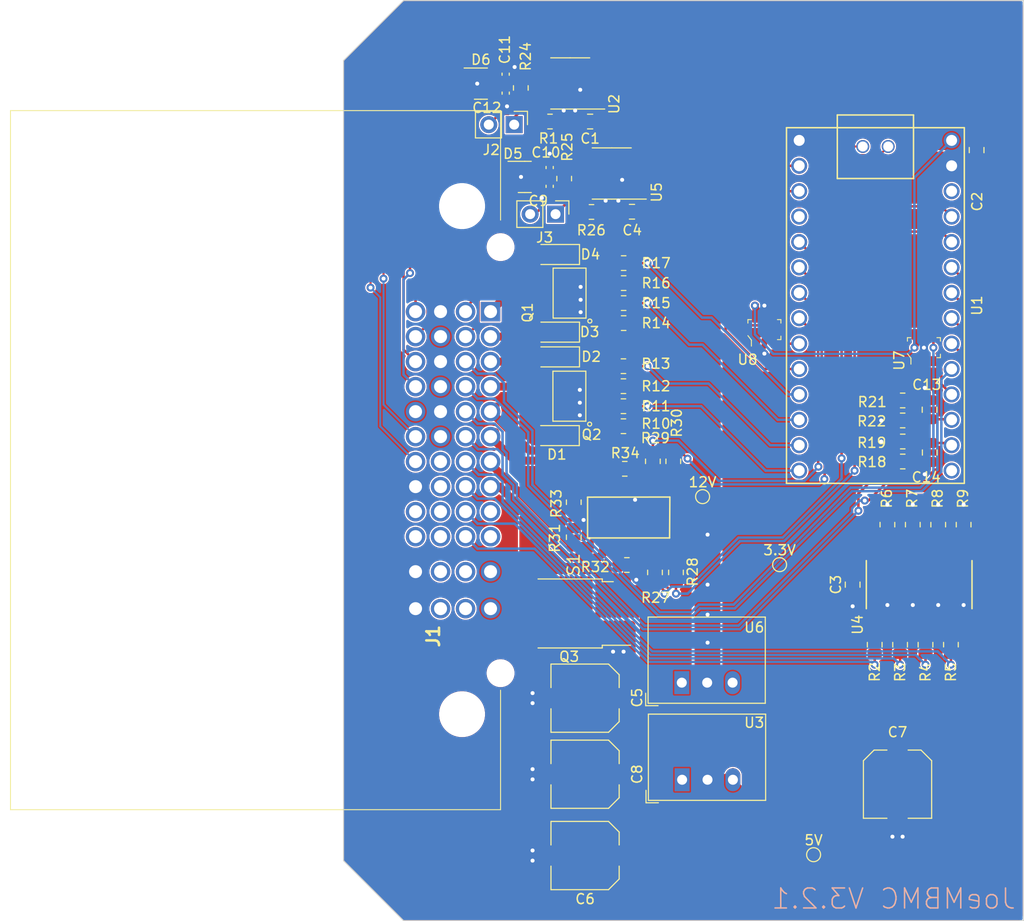
<source format=kicad_pcb>
(kicad_pcb (version 20240108) (generator "pcbnew") (generator_version "8.0")
  (layers (0 "F.Cu" signal) (31 "B.Cu" signal) (34 "B.Paste" user) (35 "F.Paste" user) (36 "B.SilkS" user "B.Silkscreen") (37 "F.SilkS" user "F.Silkscreen") (38 "B.Mask" user) (39 "F.Mask" user) (44 "Edge.Cuts" user))
  (net 0 "")
  (net 1 "GND")
  (net 2 "+12V")
  (net 3 "+3V3")
  (net 4 "Net-(R2-Pad2)")
  (net 5 "Net-(R3-Pad2)")
  (net 6 "Net-(R4-Pad2)")
  (net 7 "Net-(R5-Pad2)")
  (net 8 "Teensy_IN2")
  (net 9 "Teensy_IN1")
  (net 10 "Teensy_IN3")
  (net 11 "Teensy_IN4")
  (net 12 "Teensy_OUT8")
  (net 13 "Teensy_OUT7")
  (net 14 "Teensy_OUT5")
  (net 15 "Teensy_OUT6")
  (net 16 "Teensy_ASEN2")
  (net 17 "Teensy_ASEN1")
  (net 18 "Teensy_OUT1")
  (net 19 "Teensy_OUT4")
  (net 20 "Teensy_OUT2")
  (net 21 "Teensy_OUT3")
  (net 30 "Net-(Q1-G1)")
  (net 31 "Net-(Q1-G2)")
  (net 32 "Net-(Q2-G1)")
  (net 33 "Net-(Q2-G2)")
  (net 34 "J1_12V")
  (net 35 "J1_IN4")
  (net 36 "J1_IN3")
  (net 37 "J1_IN2")
  (net 38 "J1_OUT8")
  (net 39 "J1_IN1")
  (net 40 "J1_OUT7")
  (net 41 "J1_OUT6")
  (net 42 "J1_OUT5")
  (net 43 "J1_ASEN2")
  (net 44 "J1_OUT4")
  (net 45 "J1_ASEN1")
  (net 46 "J1_OUT3")
  (net 47 "J1_OUT2")
  (net 48 "J1_OUT1")
  (net 49 "Net-(U2-Rs)")
  (net 50 "Net-(U5-Rs)")
  (net 51 "Net-(S1-IN1)")
  (net 52 "Net-(S1-IN0)")
  (net 53 "Net-(S1-IN3)")
  (net 54 "Net-(S1-IN2)")
  (net 55 "Teensy_D+")
  (net 56 "Teensy_D-")
  (net 57 "+5V")
  (net 58 "Teensy_Serial_BMS_RX_5V")
  (net 59 "Teensy_Serial_BMS_TX")
  (net 60 "Teensy_CAN2_RX")
  (net 61 "Teensy_CAN2_TX")
  (net 63 "Teensy_CAN1_RX")
  (net 64 "Teensy_Serial_RX_5V")
  (net 65 "Teensy_Serial_TX")
  (net 66 "Teensy_CAN1_TX")
  (net 68 "J1_CAN2_L")
  (net 69 "J1_CAN2_H")
  (net 70 "J1_CAN1_L")
  (net 73 "J1_CAN1_H")
  (net 79 "Teensy_Serial_BMS_RX_3V")
  (net 80 "Teensy_Serial_RX_3V")
  (net 81 "Net-(J2-Pin_2)")
  (net 82 "Net-(J3-Pin_2)")
  (footprint "Capacitor_SMD:C_Elec_6.3x7.7" (layer "F.Cu") (at 122.15 113.751 180)
    (property "Reference" "C5")
    (property "Value" "100uF")
  )
  (footprint "Resistor_SMD:R_0805_2012Metric" (layer "F.Cu") (at 152.38 96.4 90)
    (property "Reference" "R6")
    (property "Value" "10k")
  )
  (footprint "Resistor_SMD:R_0805_2012Metric" (layer "F.Cu") (at 153.9125 90.0875 180)
    (property "Reference" "R18")
    (property "Value" "10k")
  )
  (footprint "TLP293-4:TLP293-4" (layer "F.Cu") (at 155.555 102.4 90)
    (property "Reference" "U4")
    (property "Value" "IS281-4 " (hide yes))
  )
  (footprint "Converter_DCDC:Converter_DCDC_RECOM_R-78E-0.5_THT" (layer "F.Cu") (at 131.853 121.9075)
    (property "Reference" "U3")
    (property "Value" "DCDC 5V")
  )
  (footprint "Resistor_SMD:R_0805_2012Metric" (layer "F.Cu") (at 154.92 96.4 90)
    (property "Reference" "R7")
    (property "Value" "10k")
  )
  (footprint "Package_TO_SOT_SMD:TO-252-2" (layer "F.Cu") (at 120.56 105.28 180)
    (property "Reference" "Q3")
    (property "Value" "P-Chanel Mosfet")
  )
  (footprint "Resistor_SMD:R_0805_2012Metric" (layer "F.Cu") (at 160 96.4 90)
    (property "Reference" "R9")
    (property "Value" "10k")
  )
  (footprint "Resistor_SMD:R_0805_2012Metric" (layer "F.Cu") (at 125.9875 86.557 180)
    (property "Reference" "R10")
    (property "Value" "10k")
  )
  (footprint "Resistor_SMD:R_0805_2012Metric" (layer "F.Cu") (at 153.65 108.4 90)
    (property "Reference" "R3")
    (property "Value" "4.7k")
  )
  (footprint "JoeMBMC:SO-8_IRF956" (layer "F.Cu") (at 120.575 83.557 180)
    (property "Reference" "Q2")
    (property "Value" "BSO615NG")
  )
  (footprint "Resistor_SMD:R_0805_2012Metric" (layer "F.Cu") (at 151.11 108.4 90)
    (property "Reference" "R2")
    (property "Value" "4.7k")
  )
  (footprint "Resistor_SMD:R_0805_2012Metric" (layer "F.Cu") (at 115.725 52.735 90)
    (property "Reference" "R24")
    (property "Value" "120")
  )
  (footprint "Capacitor_SMD:C_Elec_6.3x7.7" (layer "F.Cu") (at 122.15 121.356 180)
    (property "Reference" "C8")
    (property "Value" "100uF")
  )
  (footprint "Capacitor_SMD:C_0805_2012Metric" (layer "F.Cu") (at 161.3 58.95 90)
    (property "Reference" "C2")
    (property "Value" "10uF")
  )
  (footprint "Resistor_SMD:R_0805_2012Metric" (layer "F.Cu") (at 158.73 108.4 90)
    (property "Reference" "R5")
    (property "Value" "4.7k")
  )
  (footprint "Capacitor_SMD:C_0805_2012Metric" (layer "F.Cu") (at 148.905 102.4 90)
    (property "Reference" "C3")
    (property "Value" "10uF")
  )
  (footprint "Resistor_SMD:R_0805_2012Metric" (layer "F.Cu") (at 125.9875 84.557 180)
    (property "Reference" "R11")
    (property "Value" "220")
  )
  (footprint "Resistor_SMD:R_0805_2012Metric" (layer "F.Cu") (at 125.9875 80.557 180)
    (property "Reference" "R13")
    (property "Value" "220")
  )
  (footprint "Resistor_SMD:R_0805_2012Metric" (layer "F.Cu") (at 157.46 96.4 90)
    (property "Reference" "R8")
    (property "Value" "10k")
  )
  (footprint "Resistor_SMD:R_0805_2012Metric" (layer "F.Cu") (at 125.9875 82.557 180)
    (property "Reference" "R12")
    (property "Value" "10k")
  )
  (footprint "Resistor_SMD:R_0805_2012Metric" (layer "F.Cu") (at 118.645 56.095 180)
    (property "Reference" "R1")
    (property "Value" "10k")
  )
  (footprint "Capacitor_SMD:C_Elec_6.3x7.7" (layer "F.Cu") (at 153.392 122.35 -90)
    (property "Reference" "C7")
    (property "Value" "100uF")
  )
  (footprint "Molex_48_Pin:5007620481" (layer "F.Cu") (at 112.7 75.1 -90)
    (property "Reference" "J1")
    (property "Value" "5007620481" (hide yes))
  )
  (footprint "Resistor_SMD:R_0805_2012Metric" (layer "F.Cu") (at 156.19 108.4 90)
    (property "Reference" "R4")
    (property "Value" "4.7k")
  )
  (footprint "Resistor_SMD:R_0805_2012Metric" (layer "F.Cu") (at 153.906 83.9825 180)
    (property "Reference" "R21")
    (property "Value" "10k")
  )
  (footprint "Resistor_SMD:R_0805_2012Metric" (layer "F.Cu") (at 153.906 85.9825)
    (property "Reference" "R22")
    (property "Value" "20k")
  )
  (footprint "Resistor_SMD:R_0805_2012Metric" (layer "F.Cu") (at 126.0075 74.25 180)
    (property "Reference" "R15")
    (property "Value" "220")
  )
  (footprint "JoeMBMC:SO-8_IRF956" (layer "F.Cu") (at 120.595 73.25 180)
    (property "Reference" "Q1")
    (property "Value" "BSO615NG")
  )
  (footprint "Resistor_SMD:R_0805_2012Metric" (layer "F.Cu") (at 126.0075 76.25 180)
    (property "Reference" "R14")
    (property "Value" "10k")
  )
  (footprint "Resistor_SMD:R_0805_2012Metric" (layer "F.Cu") (at 126.0075 70.25 180)
    (property "Reference" "R17")
    (property "Value" "220")
  )
  (footprint "Resistor_SMD:R_0805_2012Metric" (layer "F.Cu") (at 126.0075 72.25 180)
    (property "Reference" "R16")
    (property "Value" "10k")
  )
  (footprint "KiCAD_Libs-master:PG-DSO-14-40_EP" (layer "F.Cu") (at 126.5 95.69)
    (property "Reference" "S1")
    (property "Value" "BTS5200-4")
  )
  (footprint "Capacitor_SMD:C_0805_2012Metric" (layer "F.Cu") (at 122.655 56.095)
    (property "Reference" "C1")
    (property "Value" "100nF")
  )
  (footprint "Resistor_SMD:R_0805_2012Metric" (layer "F.Cu") (at 153.9125 88.0875)
    (property "Reference" "R19")
    (property "Value" "20k")
  )
  (footprint "Resistor_SMD:R_0805_2012Metric" (layer "F.Cu") (at 120.062065 61.7982 90)
    (property "Reference" "R25")
    (property "Value" "120")
  )
  (footprint "Converter_DCDC:Converter_DCDC_RECOM_R-78E-0.5_THT" (layer "F.Cu") (at 131.82 112.2)
    (property "Reference" "U6")
    (property "Value" "DCDC 3.3V")
  )
  (footprint "Capacitor_SMD:C_Elec_6.3x7.7" (layer "F.Cu") (at 122.15 129.486 180)
    (property "Reference" "C6")
    (property "Value" "100uF")
  )
  (footprint "Package_TO_SOT_SMD:SOT-23" (layer "F.Cu") (at 116.120065 61.6322)
    (property "Reference" "D5")
    (property "Value" "NUP2105L")
  )
  (footprint "Package_SO:SOIC-8_3.9x4.9mm_P1.27mm" (layer "F.Cu") (at 124.817465 61.2902 180)
    (property "Reference" "U5")
    (property "Value" "SN65HVD230")
  )
  (footprint "Connector_PinHeader_2.54mm:PinHeader_1x02_P2.54mm_Vertical" (layer "F.Cu") (at 119.198465 65.3542 -90)
    (property "Reference" "J3")
    (property "Value" "CAN1_T")
  )
  (footprint "teensy:Teensy40_JoeMBMS" (layer "F.Cu") (at 151.18 74.49 -90)
    (property "Reference" "U1")
    (property "Value" "Teensy4.0")
  )
  (footprint "Resistor_SMD:R_0805_2012Metric" (layer "F.Cu") (at 130.97 90.0675 90)
    (property "Reference" "R30")
    (property "Value" "10k")
  )
  (footprint "Capacitor_SMD:C_0402_1005Metric" (layer "F.Cu") (at 114.215 53.255 90)
    (property "Reference" "C12")
    (property "Value" "100p")
  )
  (footprint "Diode_SMD:D_SOD-123F" (layer "F.Cu") (at 119.3625 87.497 180)
    (property "Reference" "D1")
    (property "Value" "DIODE")
  )
  (footprint "TestPoint:TestPoint_Pad_D1.0mm" (layer "F.Cu") (at 133.9 93.6)
    (property "Reference" "12V")
    (property "Value" "TestPoint_Pad_D1.0mm")
  )
  (footprint "Resistor_SMD:R_0805_2012Metric" (layer "F.Cu") (at 126.33 100.4375 180)
    (property "Reference" "R32")
    (property "Value" "47k")
  )
  (footprint "Diode_SMD:D_SOD-123F" (layer "F.Cu") (at 119.3825 77.15 180)
    (property "Reference" "D3")
    (property "Value" "DIODE")
  )
  (footprint "Capacitor_SMD:C_0402_1005Metric" (layer "F.Cu") (at 118.610065 62.5722 90)
    (property "Reference" "C9")
    (property "Value" "100p")
  )
  (footprint "Capacitor_SMD:C_0805_2012Metric" (layer "F.Cu") (at 156.5965 84.9105 -90)
    (property "Reference" "C13")
    (property "Value" "100nF")
  )
  (footprint "Resistor_SMD:R_0805_2012Metric" (layer "F.Cu") (at 122.791065 65.1352 180)
    (property "Reference" "R26")
    (property "Value" "10k")
  )
  (footprint "Capacitor_SMD:C_0805_2012Metric" (layer "F.Cu") (at 126.841065 65.1152)
    (property "Reference" "C4")
    (property "Value" "100nF")
  )
  (footprint "Resistor_SMD:R_0805_2012Metric" (layer "F.Cu") (at 128.93 90.0675 90)
    (property "Reference" "R29")
    (property "Value" "10k")
  )
  (footprint "Connector_PinHeader_2.54mm:PinHeader_1x02_P2.54mm_Vertical" (layer "F.Cu") (at 115.06 56.405 -90)
    (property "Reference" "J2")
    (property "Value" "CAN2_T")
  )
  (footprint "Package_TO_SOT_SMD:SOT-23" (layer "F.Cu") (at 111.735 52.305)
    (property "Reference" "D6")
    (property "Value" "NUP2105L")
  )
  (footprint "Capacitor_SMD:C_0402_1005Metric" (layer "F.Cu") (at 114.21 51.36 90)
    (property "Reference" "C11")
    (property "Value" "100p")
  )
  (footprint "Capacitor_SMD:C_0402_1005Metric" (layer "F.Cu") (at 118.610065 60.6922 -90)
    (property "Reference" "C10")
    (property "Value" "100p")
  )
  (footprint "Package_SO:SOIC-8_3.9x4.9mm_P1.27mm" (layer "F.Cu") (at 120.665 52.285 180)
    (property "Reference" "U2")
    (property "Value" "SN65HVD230")
  )
  (footprint "Resistor_SMD:R_0805_2012Metric" (layer "F.Cu") (at 121.02 97.6575 -90)
    (property "Reference" "R31")
    (property "Value" "47k")
  )
  (footprint "Resistor_SMD:R_0805_2012Metric" (layer "F.Cu") (at 121.02 94.1575 -90)
    (property "Reference" "R33")
    (property "Value" "47k")
  )
  (footprint "Diode_SMD:D_SOD-123F" (layer "F.Cu") (at 119.3825 69.39 180)
    (property "Reference" "D4")
    (property "Value" "DIODE")
  )
  (footprint "TestPoint:TestPoint_Pad_D1.0mm" (layer "F.Cu") (at 141.6 100.4)
    (property "Reference" "3.3V")
    (property "Value" "TestPoint_Pad_D1.0mm")
  )
  (footprint "digikey-footprints:SOT-23-6" (layer "F.Cu") (at 140.08 76.9)
    (property "Reference" "U8")
    (property "Value" "Level Shifter 5V to 3V")
  )
  (footprint "Resistor_SMD:R_0805_2012Metric" (layer "F.Cu") (at 126.12 90.8175)
    (property "Reference" "R34")
    (property "Value" "47k")
  )
  (footprint "digikey-footprints:SOT-23-6" (layer "F.Cu") (at 156.03 78.705)
    (property "Reference" "U7")
    (property "Value" "Level Shifter 5V to 3V")
  )
  (footprint "Diode_SMD:D_SOD-123F" (layer "F.Cu") (at 119.3825 79.627 180)
    (property "Reference" "D2")
    (property "Value" "DIODE")
  )
  (footprint "Resistor_SMD:R_0805_2012Metric" (layer "F.Cu") (at 131.24 101.1775 90)
    (property "Reference" "R28")
    (property "Value" "10k")
  )
  (footprint "Capacitor_SMD:C_0805_2012Metric" (layer "F.Cu") (at 156.6125 89.1875 90)
    (property "Reference" "C14")
    (property "Value" "100nF")
  )
  (footprint "TestPoint:TestPoint_Pad_D1.0mm" (layer "F.Cu") (at 145 129.4)
    (property "Reference" "5V")
    (property "Value" "TestPoint_Pad_D1.0mm")
  )
  (footprint "Resistor_SMD:R_0805_2012Metric" (layer "F.Cu") (at 129.14 101.1775 90)
    (property "Reference" "R27")
    (property "Value" "10k")
  )
  (gr_line (start 166 44) (end 166 136) (stroke (width 0.1)) (layer "Edge.Cuts"))
  (gr_line (start 166 136) (end 104 136) (stroke (width 0.1)) (layer "Edge.Cuts"))
  (gr_line (start 98 130) (end 104 136) (stroke (width 0.1)) (layer "Edge.Cuts"))
  (gr_line (start 104 44) (end 98 50) (stroke (width 0.1)) (layer "Edge.Cuts"))
  (gr_line (start 98 130) (end 98 50) (stroke (width 0.1)) (layer "Edge.Cuts"))
  (gr_line (start 104 44) (end 166 44) (stroke (width 0.1)) (layer "Edge.Cuts"))
  (gr_text "JoeMBMC V3.2.1" (at 153 133.81 0) (layer "B.SilkS") (effects (font (size 2 2)) (justify mirror)))
  (segment (start 156.5965 83.1965) (end 156.1125 82.7125) (width 0.25) (layer "F.Cu") (net 1))
  (segment (start 152.906 85.895) (end 152.9935 85.9825) (width 0.25) (layer "F.Cu") (net 1))
  (segment (start 114.225 50.885) (end 114.865 50.885) (width 0.25) (layer "F.Cu") (net 1))
  (segment (start 127.15 93.26) (end 127.565 92.845) (width 0.8) (layer "F.Cu") (net 1))
  (segment (start 121.705 56.095) (end 121.705 55.538) (width 0.25) (layer "F.Cu") (net 1))
  (segment (start 112.6725 52.305) (end 111.365 52.305) (width 0.25) (layer "F.Cu") (net 1))
  (segment (start 148.905 103.35) (end 148.905 104.563001) (width 0.25) (layer "F.Cu") (net 1))
  (segment (start 152.38 105.549999) (end 152.38 104.438001) (width 0.25) (layer "F.Cu") (net 1))
  (segment (start 121.1375 95.07) (end 122 95.9325) (width 0.25) (layer "F.Cu") (net 1))
  (segment (start 122.225 75.155) (end 121.705 74.635) (width 0.8) (layer "F.Cu") (net 1))
  (segment (start 121.625 84.207) (end 121.625 83.502) (width 0.8) (layer "F.Cu") (net 1))
  (segment (start 119.5575 55.4485) (end 120.015 54.991) (width 0.25) (layer "F.Cu") (net 1))
  (segment (start 125.095 76.25) (end 124.3 76.25) (width 0.25) (layer "F.Cu") (net 1))
  (segment (start 140.08 79.3) (end 140.08 78.25) (width 0.25) (layer "F.Cu") (net 1))
  (segment (start 123.205 75.155) (end 122.225 75.155) (width 0.8) (layer "F.Cu") (net 1))
  (segment (start 153 88.0875) (end 151.8125 88.0875) (width 0.25) (layer "F.Cu") (net 1))
  (segment (start 114.865 50.885) (end 115.105 50.645) (width 0.25) (layer "F.Cu") (net 1))
  (segment (start 123.14 52.92) (end 121.666 52.92) (width 0.25) (layer "F.Cu") (net 1))
  (segment (start 127.0325 92.3125) (end 126.5 92.845) (width 0.8) (layer "F.Cu") (net 1))
  (segment (start 127.77 92.845) (end 127.565 92.845) (width 0.8) (layer "F.Cu") (net 1))
  (segment (start 123.703565 65.1352) (end 123.703565 64.510435) (width 0.25) (layer "F.Cu") (net 1))
  (segment (start 114.215 54.445) (end 114.345 54.575) (width 0.25) (layer "F.Cu") (net 1))
  (segment (start 123.185 85.462) (end 121.625 85.462) (width 0.8) (layer "F.Cu") (net 1))
  (segment (start 121.02 95.07) (end 121.1375 95.07) (width 0.25) (layer "F.Cu") (net 1))
  (segment (start 156.03 77.355) (end 156.03 80.055) (width 0.25) (layer "F.Cu") (net 1))
  (segment (start 123.703565 64.510435) (end 124.206 64.008) (width 0.25) (layer "F.Cu") (net 1))
  (segment (start 157.46 105.549999) (end 157.46 104.438001) (width 0.25) (layer "F.Cu") (net 1))
  (segment (start 121.717 72.615) (end 121.705 72.627) (width 0.8) (layer "F.Cu") (net 1))
  (segment (start 125.891065 65.1152) (end 125.891065 64.423065) (width 0.25) (layer "F.Cu") (net 1))
  (segment (start 124.975 72.497) (end 124.975 72.672) (width 0.25) (layer "F.Cu") (net 1))
  (segment (start 156.6125 90.1375) (end 156.6125 90.8625) (width 0.25) (layer "F.Cu") (net 1))
  (segment (start 152.38 94.4) (end 152.38 95.4875) (width 0.25) (layer "F.Cu") (net 1))
  (segment (start 160.76 60.52) (end 158.8 60.52) (width 0.25) (layer "F.Cu") (net 1))
  (segment (start 121.705 55.538) (end 121.158 54.991) (width 0.25) (layer "F.Cu") (net 1))
  (segment (start 121.705 72.627) (end 121.705 75.155) (width 0.8) (layer "F.Cu") (net 1))
  (segment (start 123.205 72.615) (end 121.717 72.615) (width 0.8) (layer "F.Cu") (net 1))
  (segment (start 127.0325 90.8175) (end 127.0325 92.3125) (width 0.8) (layer "F.Cu") (net 1))
  (segment (start 127.2425 101.885) (end 127.27 101.9125) (width 0.25) (layer "F.Cu") (net 1))
  (segment (start 153.392 127.6) (end 153.392 124.8875) (width 0.8) (layer "F.Cu") (net 1))
  (segment (start 123.98 85.462) (end 125.075 86.557) (width 0.25) (layer "F.Cu") (net 1))
  (segment (start 154.92 94.4) (end 154.92 95.4875) (width 0.25) (layer "F.Cu") (net 1))
  (segment (start 152.884 127.6) (end 153.9 127.6) (width 0.8) (layer "F.Cu") (net 1))
  (segment (start 156.5965 83.9605) (end 156.5965 83.1965) (width 0.25) (layer "F.Cu") (net 1))
  (segment (start 123.205 72.615) (end 122.225 72.615) (width 0.8) (layer "F.Cu") (net 1))
  (segment (start 119.6125 129.486) (end 116.9 129.486) (width 0.8) (layer "F.Cu") (net 1))
  (segment (start 118.503265 63.0522) (end 117.826865 63.7286) (width 0.25) (layer "F.Cu") (net 1))
  (segment (start 124.71 82.922) (end 125.075 82.557) (width 0.25) (layer "F.Cu") (net 1))
  (segment (start 156.5965 90.1535) (end 156.6125 90.1375) (width 0.25) (layer "F.Cu") (net 1))
  (segment (start 119.5575 56.095) (end 119.5575 55.4485) (width 0.25) (layer "F.Cu") (net 1))
  (segment (start 154.92 105.549999) (end 154.92 104.438001) (width 0.25) (layer "F.Cu") (net 1))
  (segment (start 157.46 94.4) (end 157.46 95.4875) (width 0.25) (layer "F.Cu") (net 1))
  (segment (start 152.9935 85.9825) (end 151.8125 85.9825) (width 0.25) (layer "F.Cu") (net 1))
  (segment (start 156.6125 90.8625) (end 156.1125 91.3625) (width 0.25) (layer "F.Cu") (net 1))
  (segment (start 127.77 92.845) (end 126.5 92.845) (width 0.8) (layer "F.Cu") (net 1))
  (segment (start 125.891065 64.423065) (end 125.476 64.008) (width 0.25) (layer "F.Cu") (net 1))
  (segment (start 160 105.549999) (end 160 104.438001) (width 0.25) (layer "F.Cu") (net 1))
  (segment (start 121.625 84.882) (end 121.625 84.207) (width 0.8) (layer "F.Cu") (net 1))
  (segment (start 123.205 75.155) (end 121.705 75.155) (width 0.8) (layer "F.Cu") (net 1))
  (segment (start 121.625 82.922) (end 121.625 85.462) (width 0.8) (layer "F.Cu") (net 1))
  (segment (start 117.057565 61.6322) (end 115.744065 61.6322) (width 0.25) (layer "F.Cu") (net 1))
  (segment (start 123.185 85.462) (end 122.205 85.462) (width 0.8) (layer "F.Cu") (net 1))
  (segment (start 121.705 73.135) (end 121.705 73.917) (width 0.8) (layer "F.Cu") (net 1))
  (segment (start 122.225 72.615) (end 121.705 73.135) (width 0.8) (layer "F.Cu") (net 1))
  (segment (start 127.565 92.845) (end 127.0325 92.3125) (width 0.8) (layer "F.Cu") (net 1))
  (segment (start 121.705 74.635) (end 121.705 73.917) (width 0.8) (layer "F.Cu") (net 1))
  (segment (start 121.1875 96.745) (end 122 95.9325) (width 0.25) (layer "F.Cu") (net 1))
  (segment (start 127.15 93.9125) (end 127.15 93.26) (width 0.8) (layer "F.Cu") (net 1))
  (segment (start 118.610065 59.309) (end 118.610065 60.2122) (width 0.25) (layer "F.Cu") (net 1))
  (segment (start 121.625 83.502) (end 122.205 82.922) (width 0.8) (layer "F.Cu") (net 1))
  (segment (start 122.205 85.462) (end 121.625 84.882) (width 0.8) (layer "F.Cu") (net 1))
  (segment (start 123.205 72.615) (end 124.73 72.615) (width 0.25) (layer "F.Cu") (net 1))
  (segment (start 123.185 82.922) (end 124.71 82.922) (width 0.25) (layer "F.Cu") (net 1))
  (segment (start 114.215 53.735) (end 114.215 54.445) (width 0.25) (layer "F.Cu") (net 1))
  (segment (start 116.9 128.978) (end 116.9 129.994) (width 0.8) (layer "F.Cu") (net 1))
  (segment (start 127.292465 61.9252) (end 125.857 61.9252) (width 0.25) (layer "F.Cu") (net 1))
  (segment (start 140.08 75.55) (end 140.08 74.5) (width 0.25) (layer "F.Cu") (net 1))
  (segment (start 161.33 59.95) (end 160.76 60.52) (width 0.25) (layer "F.Cu") (net 1))
  (segment (start 123.185 82.922) (end 121.625 82.922) (width 0.8) (layer "F.Cu") (net 1))
  (segment (start 122.205 82.922) (end 123.185 82.922) (width 0.8) (layer "F.Cu") (net 1))
  (segment (start 127.2425 100.4375) (end 127.2425 101.885) (width 0.25) (layer "F.Cu") (net 1))
  (segment (start 118.610065 63.0522) (end 118.503265 63.0522) (width 0.25) (layer "F.Cu") (net 1))
  (segment (start 160 94.4) (end 160 95.4875) (width 0.25) (layer "F.Cu") (net 1))
  (segment (start 124.3 76.25) (end 123.205 75.155) (width 0.25) (layer "F.Cu") (net 1))
  (segment (start 121.02 96.745) (end 121.1875 96.745) (width 0.25) (layer "F.Cu") (net 1))
  (via (at 121.705 73.917) (size 0.8) (drill 0.4) (layers "F.Cu" "B.Cu") (net 1))
  (via (at 117.826865 63.7286) (size 0.8) (drill 0.4) (layers "F.Cu" "B.Cu") (net 1))
  (via (at 134.4 97.4) (size 0.8) (drill 0.4) (layers "F.Cu" "B.Cu") (net 1))
  (via (at 118.610065 59.309) (size 0.8) (drill 0.4) (layers "F.Cu" "B.Cu") (net 1))
  (via (at 114.345 54.575) (size 0.8) (drill 0.4) (layers "F.Cu" "B.Cu") (net 1))
  (via (at 134.4 105.4) (size 0.8) (drill 0.4) (layers "F.Cu" "B.Cu") (net 1))
  (via (at 152.884 127.6) (size 0.8) (drill 0.4) (layers "F.Cu" "B.Cu") (net 1))
  (via (at 140.08 74.5) (size 0.8) (drill 0.4) (layers "F.Cu" "B.Cu") (net 1))
  (via (at 126 109.1) (size 0.8) (drill 0.4) (layers "F.Cu" "B.Cu") (net 1))
  (via (at 121.705 75.155) (size 0.8) (drill 0.4) (layers "F.Cu" "B.Cu") (net 1))
  (via (at 116.9 128.978) (size 0.8) (drill 0.4) (layers "F.Cu" "B.Cu") (net 1))
  (via (at 148.905 104.563001) (size 0.8) (drill 0.4) (layers "F.Cu" "B.Cu") (net 1))
  (via (at 134.4 102.4) (size 0.8) (drill 0.4) (layers "F.Cu" "B.Cu") (net 1))
  (via (at 125.476 64.008) (size 0.8) (drill 0.4) (layers "F.Cu" "B.Cu") (net 1))
  (via (at 116.9 121.868) (size 0.8) (drill 0.4) (layers "F.Cu" "B.Cu") (net 1))
  (via (at 122 95.9325) (size 0.8) (drill 0.4) (layers "F.Cu" "B.Cu") (net 1))
  (via (at 124.95 109.1) (size 0.8) (drill 0.4) (layers "F.Cu" "B.Cu") (net 1))
  (via (at 116.9 113.245) (size 0.8) (drill 0.4) (layers "F.Cu" "B.Cu") (net 1))
  (via (at 120.015 54.991) (size 0.8) (drill 0.4) (layers "F.Cu" "B.Cu") (net 1))
  (via (at 153.9 127.6) (size 0.8) (drill 0.4) (layers "F.Cu" "B.Cu") (net 1))
  (via (at 111.365 52.305) (size 0.8) (drill 0.4) (layers "F.Cu" "B.Cu") (net 1))
  (via (at 140.08 79.3) (size 0.8) (drill 0.4) (layers "F.Cu" "B.Cu") (net 1))
  (via (at 156.03 78.705) (size 0.8) (drill 0.4) (layers "F.Cu" "B.Cu") (net 1))
  (via (at 127.27 101.9125) (size 0.8) (drill 0.4) (layers "F.Cu" "B.Cu") (net 1))
  (via (at 154.92 94.4) (size 0.8) (drill 0.4) (layers "F.Cu" "B.Cu") (net 1))
  (via (at 121.705 72.627) (size 0.8) (drill 0.4) (layers "F.Cu" "B.Cu") (net 1))
  (via (at 157.46 104.438001) (size 0.8) (drill 0.4) (layers "F.Cu" "B.Cu") (net 1))
  (via (at 121.625 84.207) (size 0.8) (drill 0.4) (layers "F.Cu" "B.Cu") (net 1))
  (via (at 116.9 129.994) (size 0.8) (drill 0.4) (layers "F.Cu" "B.Cu") (net 1))
  (via (at 152.38 94.4) (size 0.8) (drill 0.4) (layers "F.Cu" "B.Cu") (net 1))
  (via (at 121.158 54.991) (size 0.8) (drill 0.4) (layers "F.Cu" "B.Cu") (net 1))
  (via (at 154.92 104.438001) (size 0.8) (drill 0.4) (layers "F.Cu" "B.Cu") (net 1))
  (via (at 116.9 120.85) (size 0.8) (drill 0.4) (layers "F.Cu" "B.Cu") (net 1))
  (via (at 125.857 61.9252) (size 0.8) (drill 0.4) (layers "F.Cu" "B.Cu") (net 1))
  (via (at 160 94.4) (size 0.8) (drill 0.4) (layers "F.Cu" "B.Cu") (net 1))
  (via (at 134.4 108.2) (size 0.8) (drill 0.4) (layers "F.Cu" "B.Cu") (net 1))
  (via (at 116.9 114.248) (size 0.8) (drill 0.4) (layers "F.Cu" "B.Cu") (net 1))
  (via (at 151.7625 85.9825) (size 0.8) (drill 0.4) (layers "F.Cu" "B.Cu") (net 1))
  (via (at 115.744065 61.6322) (size 0.8) (drill 0.4) (layers "F.Cu" "B.Cu") (net 1))
  (via (at 152.38 104.438001) (size 0.8) (drill 0.4) (layers "F.Cu" "B.Cu") (net 1))
  (via (at 121.666 52.92) (size 0.8) (drill 0.4) (layers "F.Cu" "B.Cu") (net 1))
  (via (at 124.206 64.008) (size 0.8) (drill 0.4) (layers "F.Cu" "B.Cu") (net 1))
  (via (at 127.15 93.9125) (size 0.8) (drill 0.4) (layers "F.Cu" "B.Cu") (net 1))
  (via (at 157.46 94.4) (size 0.8) (drill 0.4) (layers "F.Cu" "B.Cu") (net 1))
  (via (at 156.1125 91.3625) (size 0.8) (drill 0.4) (layers "F.Cu" "B.Cu") (net 1))
  (via (at 115.105 50.645) (size 0.8) (drill 0.4) (layers "F.Cu" "B.Cu") (net 1))
  (via (at 151.7625 88.0875) (size 0.8) (drill 0.4) (layers "F.Cu" "B.Cu") (net 1))
  (via (at 160 104.438001) (size 0.8) (drill 0.4) (layers "F.Cu" "B.Cu") (net 1))
  (via (at 121.625 82.922) (size 0.8) (drill 0.4) (layers "F.Cu" "B.Cu") (net 1))
  (via (at 156.1125 82.7125) (size 0.8) (drill 0.4) (layers "F.Cu" "B.Cu") (net 1))
  (via (at 121.625 85.462) (size 0.8) (drill 0.4) (layers "F.Cu" "B.Cu") (net 1))
  (segment (start 151.11 105.549999) (end 151.11 107.4875) (width 0.25) (layer "F.Cu") (net 4))
  (segment (start 153.65 105.549999) (end 153.65 107.4875) (width 0.25) (layer "F.Cu") (net 5))
  (segment (start 156.19 105.549999) (end 156.19 107.4875) (width 0.25) (layer "F.Cu") (net 6))
  (segment (start 158.73 105.549999) (end 158.73 107.4875) (width 0.25) (layer "F.Cu") (net 7))
  (segment (start 158.8 78.3) (end 160.1 79.6) (width 0.25) (layer "F.Cu") (net 8))
  (segment (start 159.101168 93.425) (end 154.685 93.425) (width 0.25) (layer "F.Cu") (net 8))
  (segment (start 160.1 79.6) (end 160.1 92.426168) (width 0.25) (layer "F.Cu") (net 8))
  (segment (start 154.685 93.425) (end 153.305 94.805) (width 0.25) (layer "F.Cu") (net 8))
  (segment (start 160.1 92.426168) (end 159.101168 93.425) (width 0.25) (layer "F.Cu") (net 8))
  (segment (start 152.38 97.3125) (end 152.38 99.250001) (width 0.25) (layer "F.Cu") (net 8))
  (segment (start 153.305 96.3875) (end 152.38 97.3125) (width 0.25) (layer "F.Cu") (net 8))
  (segment (start 153.305 94.805) (end 153.305 96.3875) (width 0.25) (layer "F.Cu") (net 8))
  (segment (start 154.92 97.3125) (end 154.92 99.250001) (width 0.25) (layer "F.Cu") (net 9))
  (segment (start 159.246142 93.775) (end 157.125 93.775) (width 0.25) (layer "F.Cu") (net 9))
  (segment (start 160.45 77.41) (end 160.45 92.571142) (width 0.25) (layer "F.Cu") (net 9))
  (segment (start 158.8 75.76) (end 160.45 77.41) (width 0.25) (layer "F.Cu") (net 9))
  (segment (start 155.86625 95.03375) (end 155.86625 96.36625) (width 0.25) (layer "F.Cu") (net 9))
  (segment (start 155.86625 96.36625) (end 154.92 97.3125) (width 0.25) (layer "F.Cu") (net 9))
  (segment (start 157.125 93.775) (end 155.86625 95.03375) (width 0.25) (layer "F.Cu") (net 9))
  (segment (start 160.45 92.571142) (end 159.246142 93.775) (width 0.25) (layer "F.Cu") (net 9))
  (segment (start 160.8 92.716116) (end 160.8 75.22) (width 0.25) (layer "F.Cu") (net 10))
  (segment (start 160.8 75.22) (end 158.8 73.22) (width 0.25) (layer "F.Cu") (net 10))
  (segment (start 157.46 97.3125) (end 157.46 99.250001) (width 0.25) (layer "F.Cu") (net 10))
  (segment (start 158.42 96.3525) (end 158.42 95.096116) (width 0.25) (layer "F.Cu") (net 10))
  (segment (start 157.46 97.3125) (end 158.42 96.3525) (width 0.25) (layer "F.Cu") (net 10))
  (segment (start 158.42 95.096116) (end 160.8 92.716116) (width 0.25) (layer "F.Cu") (net 10))
  (segment (start 160 97.3125) (end 160 99.250001) (width 0.25) (layer "F.Cu") (net 11))
  (segment (start 158.8 70.68) (end 161.15 73.03) (width 0.25) (layer "F.Cu") (net 11))
  (segment (start 161.15 96.1625) (end 160 97.3125) (width 0.25) (layer "F.Cu") (net 11))
  (segment (start 161.15 73.03) (end 161.15 96.1625) (width 0.25) (layer "F.Cu") (net 11))
  (segment (start 126.92 70.25) (end 128.397 70.25) (width 0.25) (layer "F.Cu") (net 12))
  (via (at 128.397 70.25) (size 0.8) (drill 0.4) (layers "F.Cu" "B.Cu") (net 12))
  (segment (start 133.847 75.7) (end 128.397 70.25) (width 0.25) (layer "B.Cu") (net 12))
  (segment (start 142.48 83.38) (end 134.8 75.7) (width 0.25) (layer "B.Cu") (net 12))
  (segment (start 143.56 83.38) (end 142.48 83.38) (width 0.25) (layer "B.Cu") (net 12))
  (segment (start 134.8 75.7) (end 133.847 75.7) (width 0.25) (layer "B.Cu") (net 12))
  (segment (start 126.92 74.25) (end 128.397 74.25) (width 0.25) (layer "F.Cu") (net 13))
  (via (at 128.397 74.25) (size 0.8) (drill 0.4) (layers "F.Cu" "B.Cu") (net 13))
  (segment (start 132.5545 78.4075) (end 128.397 74.25) (width 0.25) (layer "B.Cu") (net 13))
  (segment (start 133.9075 78.4075) (end 132.5545 78.4075) (width 0.25) (layer "B.Cu") (net 13))
  (segment (start 141.42 85.92) (end 133.9075 78.4075) (width 0.25) (layer "B.Cu") (net 13))
  (segment (start 143.56 85.92) (end 141.42 85.92) (width 0.25) (layer "B.Cu") (net 13))
  (segment (start 126.9 80.557) (end 128.397 80.557) (width 0.25) (layer "F.Cu") (net 14))
  (via (at 128.397 80.557) (size 0.8) (drill 0.4) (layers "F.Cu" "B.Cu") (net 14))
  (segment (start 140.66 88.46) (end 134.5 82.3) (width 0.25) (layer "B.Cu") (net 14))
  (segment (start 130.14 82.3) (end 128.397 80.557) (width 0.25) (layer "B.Cu") (net 14))
  (segment (start 134.5 82.3) (end 130.14 82.3) (width 0.25) (layer "B.Cu") (net 14))
  (segment (start 143.56 88.46) (end 140.66 88.46) (width 0.25) (layer "B.Cu") (net 14))
  (segment (start 126.9 84.557) (end 128.397 84.557) (width 0.25) (layer "F.Cu") (net 15))
  (via (at 128.397 84.557) (size 0.8) (drill 0.4) (layers "F.Cu" "B.Cu") (net 15))
  (segment (start 143.56 91) (end 140.2 91) (width 0.25) (layer "B.Cu") (net 15))
  (segment (start 133.757 84.557) (end 128.397 84.557) (width 0.25) (layer "B.Cu") (net 15))
  (segment (start 140.2 91) (end 133.757 84.557) (width 0.25) (layer "B.Cu") (net 15))
  (segment (start 156.6125 88.2375) (end 158.5775 88.2375) (width 0.25) (layer "F.Cu") (net 16))
  (segment (start 154.825 88.0875) (end 156.4625 88.0875) (width 0.25) (layer "F.Cu") (net 16))
  (segment (start 154.825 90.0875) (end 154.825 88.0875) (width 0.25) (layer "F.Cu") (net 16))
  (segment (start 156.4625 88.0875) (end 156.6125 88.2375) (width 0.25) (layer "F.Cu") (net 16))
  (segment (start 158.5775 88.2375) (end 158.8 88.46) (width 0.25) (layer "F.Cu") (net 16))
  (segment (start 158.4275 88.0875) (end 158.8 88.46) (width 0.25) (layer "F.Cu") (net 16))
  (segment (start 158.7405 85.8605) (end 158.8 85.92) (width 0.25) (layer "F.Cu") (net 17))
  (segment (start 156.5965 85.8605) (end 158.7405 85.8605) (width 0.25) (layer "F.Cu") (net 17))
  (segment (start 154.8185 83.9825) (end 154.8185 85.9825) (width 0.25) (layer "F.Cu") (net 17))
  (segment (start 154.8185 85.9825) (end 156.4745 85.9825) (width 0.25) (layer "F.Cu") (net 17))
  (segment (start 156.4745 85.9825) (end 156.5965 85.8605) (width 0.25) (layer "F.Cu") (net 17))
  (segment (start 145.455 90.58) (end 145.48 90.605) (width 0.25) (layer "F.Cu") (net 18))
  (segment (start 145.455 77.655) (end 145.455 90.58) (width 0.25) (layer "F.Cu") (net 18))
  (segment (start 128.93 89.155) (end 128.93 88) (width 0.25) (layer "F.Cu") (net 18))
  (segment (start 143.56 75.76) (end 145.455 77.655) (width 0.25) (layer "F.Cu") (net 18))
  (via (at 128.93 88) (size 0.8) (drill 0.4) (layers "F.Cu" "B.Cu") (net 18))
  (via (at 145.48 90.605) (size 0.8) (drill 0.4) (layers "F.Cu" "B.Cu") (net 18))
  (segment (start 145.48 90.605) (end 145.48 90.635475) (width 0.25) (layer "B.Cu") (net 18))
  (segment (start 145.48 90.635475) (end 144.090475 92.025) (width 0.25) (layer "B.Cu") (net 18))
  (segment (start 134.114974 90.63109) (end 131.483884 88) (width 0.25) (layer "B.Cu") (net 18))
  (segment (start 145.3525 90.7325) (end 145.48 90.605) (width 0.25) (layer "B.Cu") (net 18))
  (segment (start 135.508884 92.025) (end 134.114974 90.63109) (width 0.25) (layer "B.Cu") (net 18))
  (segment (start 144.090475 92.025) (end 135.508884 92.025) (width 0.25) (layer "B.Cu") (net 18))
  (segment (start 131.483884 88) (end 128.93 88) (width 0.25) (layer "B.Cu") (net 18))
  (segment (start 145.455 90.63) (end 145.48 90.605) (width 0.25) (layer "B.Cu") (net 18))
  (segment (start 131.24 102.09) (end 131.24 103.3) (width 0.25) (layer "F.Cu") (net 19))
  (segment (start 143.56 68.14) (end 149.1 73.68) (width 0.25) (layer "F.Cu") (net 19))
  (segment (start 149.1 73.68) (end 149.1 91) (width 0.25) (layer "F.Cu") (net 19))
  (via (at 131.24 103.3) (size 0.8) (drill 0.4) (layers "F.Cu" "B.Cu") (net 19))
  (via (at 149.1 91) (size 0.8) (drill 0.4) (layers "F.Cu" "B.Cu") (net 19))
  (segment (start 137.654975 98.044) (end 142.056 98.044) (width 0.25) (layer "B.Cu") (net 19))
  (segment (start 149.1 91) (end 149.1 91.3) (width 0.25) (layer "B.Cu") (net 19))
  (segment (start 132.08 103.3) (end 132.398975 103.3) (width 0.25) (layer "B.Cu") (net 19))
  (segment (start 131.24 103.3) (end 132.08 103.3) (width 0.25) (layer "B.Cu") (net 19))
  (segment (start 132.398975 103.3) (end 137.654975 98.044) (width 0.25) (layer "B.Cu") (net 19))
  (segment (start 142.056 98.044) (end 149.1 91) (width 0.25) (layer "B.Cu") (net 19))
  (segment (start 132.08 103.3) (end 132.412 103.3) (width 0.25) (layer "B.Cu") (net 19))
  (segment (start 146.105 91.8155) (end 146.08 91.8405) (width 0.25) (layer "F.Cu") (net 20))
  (segment (start 130.97 89.155) (end 131.755 89.155) (width 0.25) (layer "F.Cu") (net 20))
  (segment (start 143.56 73.22) (end 145.805 75.465) (width 0.25) (layer "F.Cu") (net 20))
  (segment (start 131.755 89.155) (end 132.4 89.8) (width 0.25) (layer "F.Cu") (net 20))
  (segment (start 145.805 75.465) (end 145.805 89.43) (width 0.25) (layer "F.Cu") (net 20))
  (segment (start 146.105 89.73) (end 146.105 91.8155) (width 0.25) (layer "F.Cu") (net 20))
  (segment (start 145.805 89.43) (end 146.105 89.73) (width 0.25) (layer "F.Cu") (net 20))
  (via (at 132.4 89.8) (size 0.8) (drill 0.4) (layers "F.Cu" "B.Cu") (net 20))
  (via (at 146.08 91.8405) (size 0.8) (drill 0.4) (layers "F.Cu" "B.Cu") (net 20))
  (segment (start 146.08 91.8405) (end 145.5455 92.375) (width 0.25) (layer "B.Cu") (net 20))
  (segment (start 145.5455 92.375) (end 134.975 92.375) (width 0.25) (layer "B.Cu") (net 20))
  (segment (start 134.975 92.375) (end 132.4 89.8) (width 0.25) (layer "B.Cu") (net 20))
  (segment (start 143.56 70.68) (end 147.8 74.92) (width 0.25) (layer "F.Cu") (net 21))
  (segment (start 130.1 103.3) (end 130.1 103.05) (width 0.25) (layer "F.Cu") (net 21))
  (segment (start 147.8 74.92) (end 147.8 89.7645) (width 0.25) (layer "F.Cu") (net 21))
  (segment (start 143.56 71.254974) (end 143.56 70.68) (width 0.25) (layer "F.Cu") (net 21))
  (segment (start 130.1 103.05) (end 129.14 102.09) (width 0.25) (layer "F.Cu") (net 21))
  (via (at 130.1 103.3) (size 0.8) (drill 0.4) (layers "F.Cu" "B.Cu") (net 21))
  (via (at 147.8 89.7645) (size 0.8) (drill 0.4) (layers "F.Cu" "B.Cu") (net 21))
  (segment (start 147.8 89.7645) (end 147.8 91.805026) (width 0.25) (layer "B.Cu") (net 21))
  (segment (start 141.911026 97.694) (end 137.494 97.694) (width 0.25) (layer "B.Cu") (net 21))
  (segment (start 130.8 102.6) (end 130.1 103.3) (width 0.25) (layer "B.Cu") (net 21))
  (segment (start 132.588 102.6) (end 130.8 102.6) (width 0.25) (layer "B.Cu") (net 21))
  (segment (start 147.8 91.805026) (end 141.911026 97.694) (width 0.25) (layer "B.Cu") (net 21))
  (segment (start 137.494 97.694) (end 132.588 102.6) (width 0.25) (layer "B.Cu") (net 21))
  (segment (start 126.8 76.497) (end 127.015 76.497) (width 0.25) (layer "F.Cu") (net 30))
  (segment (start 125.095 74.25) (end 125.095 74.425) (width 0.25) (layer "F.Cu") (net 30))
  (segment (start 123.205 73.885) (end 124.73 73.885) (width 0.25) (layer "F.Cu") (net 30))
  (segment (start 124.73 73.885) (end 125.095 74.25) (width 0.25) (layer "F.Cu") (net 30))
  (segment (start 125.095 74.425) (end 126.92 76.25) (width 0.25) (layer "F.Cu") (net 30))
  (segment (start 123.085 73.592) (end 123.88 73.592) (width 0.25) (layer "F.Cu") (net 30))
  (segment (start 124 71.345) (end 125.095 70.25) (width 0.25) (layer "F.Cu") (net 31))
  (segment (start 125.095 70.425) (end 126.92 72.25) (width 0.25) (layer "F.Cu") (net 31))
  (segment (start 123.185 84.192) (end 124.71 84.192) (width 0.25) (layer "F.Cu") (net 32))
  (segment (start 126.9 86.382) (end 125.075 84.557) (width 0.25) (layer "F.Cu") (net 32))
  (segment (start 123.98 81.652) (end 125.075 80.557) (width 0.25) (layer "F.Cu") (net 33))
  (segment (start 126.9 82.382) (end 125.075 80.557) (width 0.25) (layer "F.Cu") (net 33))
  (segment (start 158.73 109.3125) (end 158.73 110.4) (width 0.25) (layer "F.Cu") (net 35))
  (via (at 158.73 110.4) (size 0.8) (drill 0.4) (layers "F.Cu" "B.Cu") (net 35))
  (segment (start 158.73 110.4) (end 157.405 109.075) (width 0.25) (layer "B.Cu") (net 35))
  (segment (start 111.499999 91.399999) (end 110.2 90.1) (width 0.25) (layer "B.Cu") (net 35))
  (segment (start 113.9 94.107969) (end 113.9 92.102943) (width 0.25) (layer "B.Cu") (net 35))
  (segment (start 157.405 109.075) (end 128.867032 109.075) (width 0.25) (layer "B.Cu") (net 35))
  (segment (start 113.197057 91.4) (end 111.499999 91.399999) (width 0.25) (layer "B.Cu") (net 35))
  (segment (start 128.867032 109.075) (end 113.9 94.107969) (width 0.25) (layer "B.Cu") (net 35))
  (segment (start 113.9 92.102943) (end 113.197057 91.4) (width 0.25) (layer "B.Cu") (net 35))
  (segment (start 156.19 109.3125) (end 156.19 110.4) (width 0.25) (layer "F.Cu") (net 36))
  (via (at 156.19 110.4) (size 0.8) (drill 0.4) (layers "F.Cu" "B.Cu") (net 36))
  (segment (start 111.400001 93.800001) (end 110.2 92.6) (width 0.25) (layer "B.Cu") (net 36))
  (segment (start 150.425 109.425) (end 128.722058 109.425) (width 0.25) (layer "B.Cu") (net 36))
  (segment (start 155.215 109.425) (end 150.425 109.425) (width 0.25) (layer "B.Cu") (net 36))
  (segment (start 156.19 110.4) (end 155.215 109.425) (width 0.25) (layer "B.Cu") (net 36))
  (segment (start 128.722058 109.425) (end 128.148529 108.851471) (width 0.25) (layer "B.Cu") (net 36))
  (segment (start 113.097058 93.800001) (end 111.400001 93.800001) (width 0.25) (layer "B.Cu") (net 36))
  (segment (start 128.148529 108.851471) (end 113.097058 93.800001) (width 0.25) (layer "B.Cu") (net 36))
  (segment (start 151.11 109.3125) (end 151.11 110.4) (width 0.25) (layer "F.Cu") (net 37))
  (via (at 151.11 110.4) (size 0.8) (drill 0.4) (layers "F.Cu" "B.Cu") (net 37))
  (segment (start 150.835 110.125) (end 128.43211 110.125) (width 0.25) (layer "B.Cu") (net 37))
  (segment (start 128.43211 110.125) (end 117.107109 98.8) (width 0.25) (layer "B.Cu") (net 37))
  (segment (start 151.11 110.4) (end 150.835 110.125) (width 0.25) (layer "B.Cu") (net 37))
  (segment (start 110.2 97.6) (end 110.9 97.6) (width 0.25) (layer "B.Cu") (net 37))
  (segment (start 117.107109 98.8) (end 111.4 98.8) (width 0.25) (layer "B.Cu") (net 37))
  (segment (start 111.4 98.8) (end 110.2 97.6) (width 0.25) (layer "B.Cu") (net 37))
  (segment (start 117.985 71.345) (end 117.985 69.3925) (width 0.8) (layer "F.Cu") (net 38))
  (segment (start 116.455 71.345) (end 115.185 72.615) (width 0.8) (layer "F.Cu") (net 38))
  (segment (start 115.185 72.615) (end 112.7 75.1) (width 0.8) (layer "F.Cu") (net 38))
  (segment (start 117.985 72.615) (end 117.985 71.345) (width 0.8) (layer "F.Cu") (net 38))
  (segment (start 117.985 69.3925) (end 117.9825 69.39) (width 0.8) (layer "F.Cu") (net 38))
  (segment (start 117.985 71.345) (end 116.455 71.345) (width 0.8) (layer "F.Cu") (net 38))
  (segment (start 117.985 72.615) (end 115.185 72.615) (width 0.8) (layer "F.Cu") (net 38))
  (segment (start 153.65 109.3125) (end 153.65 110.4) (width 0.25) (layer "F.Cu") (net 39))
  (via (at 153.65 110.4) (size 0.8) (drill 0.4) (layers "F.Cu" "B.Cu") (net 39))
  (segment (start 111.400001 96.300001) (end 110.2 95.1) (width 0.25) (layer "B.Cu") (net 39))
  (segment (start 153.025 109.775) (end 128.577084 109.775) (width 0.25) (layer "B.Cu") (net 39))
  (segment (start 128.577084 109.775) (end 115.102084 96.300001) (width 0.25) (layer "B.Cu") (net 39))
  (segment (start 153.65 110.4) (end 153.025 109.775) (width 0.25) (layer "B.Cu") (net 39))
  (segment (start 115.102084 96.300001) (end 111.400001 96.300001) (width 0.25) (layer "B.Cu") (net 39))
  (segment (start 114.27 77.6) (end 112.7 77.6) (width 0.8) (layer "F.Cu") (net 40))
  (segment (start 117.9825 77.15) (end 117.9825 75.1575) (width 0.8) (layer "F.Cu") (net 40))
  (segment (start 117.985 75.155) (end 116.715 75.155) (width 0.8) (layer "F.Cu") (net 40))
  (segment (start 116.715 75.155) (end 116.435 75.435) (width 0.8) (layer "F.Cu") (net 40))
  (segment (start 117.985 73.885) (end 116.435 75.435) (width 0.8) (layer "F.Cu") (net 40))
  (segment (start 117.9825 75.1575) (end 117.985 75.155) (width 0.8) (layer "F.Cu") (net 40))
  (segment (start 117.985 75.155) (end 117.985 73.885) (width 0.8) (layer "F.Cu") (net 40))
  (segment (start 117.8625 77.4045) (end 117.865 77.402) (width 0.25) (layer "F.Cu") (net 40))
  (segment (start 116.435 75.435) (end 114.27 77.6) (width 0.8) (layer "F.Cu") (net 40))
  (segment (start 112.7 82.6) (end 114.935 82.6) (width 0.8) (layer "F.Cu") (net 41))
  (segment (start 117.965 85.462) (end 117.965 84.192) (width 0.8) (layer "F.Cu") (net 41))
  (segment (start 117.085 84.192) (end 117.965 84.192) (width 0.8) (layer "F.Cu") (net 41))
  (segment (start 117.9625 87.497) (end 117.9625 85.4645) (width 0.8) (layer "F.Cu") (net 41))
  (segment (start 117.965 85.462) (end 117.797 85.462) (width 0.8) (layer "F.Cu") (net 41))
  (segment (start 117.9625 85.4645) (end 117.965 85.462) (width 0.8) (layer "F.Cu") (net 41))
  (segment (start 115.493 82.6) (end 117.085 84.192) (width 0.8) (layer "F.Cu") (net 41))
  (segment (start 117.797 85.462) (end 114.935 82.6) (width 0.8) (layer "F.Cu") (net 41))
  (segment (start 114.935 82.6) (end 115.493 82.6) (width 0.8) (layer "F.Cu") (net 41))
  (segment (start 117.965 79.6445) (end 117.9825 79.627) (width 0.8) (layer "F.Cu") (net 42))
  (segment (start 115.57 80.1) (end 116.413 80.1) (width 0.8) (layer "F.Cu") (net 42))
  (segment (start 112.80501 79.99499) (end 112.7 80.1) (width 0.5) (layer "F.Cu") (net 42))
  (segment (start 117.965 82.495) (end 115.57 80.1) (width 0.8) (layer "F.Cu") (net 42))
  (segment (start 117.965 81.652) (end 117.965 79.6445) (width 0.8) (layer "F.Cu") (net 42))
  (segment (start 117.965 82.922) (end 117.965 82.495) (width 0.8) (layer "F.Cu") (net 42))
  (segment (start 116.413 80.1) (end 117.965 81.652) (width 0.8) (layer "F.Cu") (net 42))
  (segment (start 117.965 82.922) (end 117.965 81.652) (width 0.8) (layer "F.Cu") (net 42))
  (segment (start 112.7 80.1) (end 115.57 80.1) (width 0.8) (layer "F.Cu") (net 42))
  (segment (start 113.210001 79.589999) (end 112.7 80.1) (width 0.25) (layer "F.Cu") (net 42))
  (segment (start 149.479 93.295975) (end 149.887487 92.887487) (width 0.25) (layer "F.Cu") (net 43))
  (segment (start 149.479 95.01) (end 149.479 93.295975) (width 0.25) (layer "F.Cu") (net 43))
  (segment (start 152.687474 90.0875) (end 149.887487 92.887487) (width 0.25) (layer "F.Cu") (net 43))
  (segment (start 153 90.0875) (end 152.687474 90.0875) (width 0.25) (layer "F.Cu") (net 43))
  (via (at 149.479 95.01) (size 0.8) (drill 0.4) (layers "F.Cu" "B.Cu") (net 43))
  (segment (start 127.95 106.85) (end 137.639 106.85) (width 0.25) (layer "B.Cu") (net 43))
  (segment (start 113.381384 88.85) (end 113.9 89.368616) (width 0.25) (layer "B.Cu") (net 43))
  (segment (start 114.974949 92.474949) (end 114.974949 93.874949) (width 0.25) (layer "B.Cu") (net 43))
  (segment (start 113.9 89.368616) (end 113.9 91.4) (width 0.25) (layer "B.Cu") (net 43))
  (segment (start 113.9 91.4) (end 114.974949 92.474949) (width 0.25) (layer "B.Cu") (net 43))
  (segment (start 114.974949 93.874949) (end 127.95 106.85) (width 0.25) (layer "B.Cu") (net 43))
  (segment (start 111.45 88.85) (end 113.381384 88.85) (width 0.25) (layer "B.Cu") (net 43))
  (segment (start 137.639 106.85) (end 149.479 95.01) (width 0.25) (layer "B.Cu") (net 43))
  (segment (start 110.2 87.6) (end 111.45 88.85) (width 0.25) (layer "B.Cu") (net 43))
  (segment (start 112.7 90.325293) (end 112.7 90.1) (width 0.8) (layer "F.Cu") (net 44))
  (segment (start 120.944707 98.57) (end 112.7 90.325293) (width 0.8) (layer "F.Cu") (net 44))
  (segment (start 122.69 98.535) (end 121.055 98.535) (width 0.8) (layer "F.Cu") (net 44))
  (segment (start 121.055 98.535) (end 121.02 98.57) (width 0.8) (layer "F.Cu") (net 44))
  (segment (start 121.02 98.57) (end 120.944707 98.57) (width 0.8) (layer "F.Cu") (net 44))
  (segment (start 153.7375 90.741178) (end 153.7375 84.7265) (width 0.25) (layer "F.Cu") (net 45))
  (segment (start 153.7375 84.7265) (end 152.9935 83.9825) (width 0.25) (layer "F.Cu") (net 45))
  (segment (start 150.114 93.994) (end 150.484678 93.994) (width 0.25) (layer "F.Cu") (net 45))
  (segment (start 150.484678 93.994) (end 153.7375 90.741178) (width 0.25) (layer "F.Cu") (net 45))
  (via (at 150.114 93.994) (size 0.8) (drill 0.4) (layers "F.Cu" "B.Cu") (net 45))
  (segment (start 137.494026 106.5) (end 148.844 95.150026) (width 0.25) (layer "B.Cu") (net 45))
  (segment (start 115.324949 92.329974) (end 115.324949 93.729975) (width 0.25) (layer "B.Cu") (net 45))
  (segment (start 149.611116 93.994) (end 150.114 93.994) (width 0.25) (layer "B.Cu") (net 45))
  (segment (start 148.844 95.150026) (end 148.844 94.761116) (width 0.25) (layer "B.Cu") (net 45))
  (segment (start 111.4 86.3) (end 113.097057 86.3) (width 0.25) (layer "B.Cu") (net 45))
  (segment (start 114.3 89.273642) (end 114.3 91.305026) (width 0.25) (layer "B.Cu") (net 45))
  (segment (start 110.2 85.1) (end 111.4 86.3) (width 0.25) (layer "B.Cu") (net 45))
  (segment (start 113.097057 86.3) (end 113.9 87.102943) (width 0.25) (layer "B.Cu") (net 45))
  (segment (start 113.9 87.102943) (end 113.9 88.873642) (width 0.25) (layer "B.Cu") (net 45))
  (segment (start 113.9 88.873642) (end 114.3 89.273642) (width 0.25) (layer "B.Cu") (net 45))
  (segment (start 114.3 91.305026) (end 115.324949 92.329974) (width 0.25) (layer "B.Cu") (net 45))
  (segment (start 148.844 94.761116) (end 149.611116 93.994) (width 0.25) (layer "B.Cu") (net 45))
  (segment (start 128.094974 106.5) (end 137.494026 106.5) (width 0.25) (layer "B.Cu") (net 45))
  (segment (start 115.324949 93.729975) (end 128.094974 106.5) (width 0.25) (layer "B.Cu") (net 45))
  (segment (start 123.96 99.245) (end 123.515 99.69) (width 0.8) (layer "F.Cu") (net 46))
  (segment (start 123.515 99.69) (end 120.36684 99.69) (width 0.8) (layer "F.Cu") (net 46))
  (segment (start 123.96 98.535) (end 123.96 99.245) (width 0.8) (layer "F.Cu") (net 46))
  (segment (start 113.6 92.6) (end 119 98) (width 0.8) (layer "F.Cu") (net 46))
  (segment (start 112.7 92.6) (end 113.6 92.6) (width 0.8) (layer "F.Cu") (net 46))
  (segment (start 119 98.32316) (end 120.36684 99.69) (width 0.8) (layer "F.Cu") (net 46))
  (segment (start 125.4175 100.4375) (end 123.96 98.98) (width 0.25) (layer "F.Cu") (net 46))
  (segment (start 119 98) (end 119 98.32316) (width 0.8) (layer "F.Cu") (net 46))
  (segment (start 122.685 91.457792) (end 121.227208 90) (width 0.8) (layer "F.Cu") (net 47))
  (segment (start 121.42 92.845) (end 121.02 93.245) (width 0.25) (layer "F.Cu") (net 47))
  (segment (start 115.1 90) (end 112.7 87.6) (width 0.8) (layer "F.Cu") (net 47))
  (segment (start 122.69 92.845) (end 121.42 92.845) (width 0.25) (layer "F.Cu") (net 47))
  (segment (start 121.227208 90) (end 115.1 90) (width 0.8) (layer "F.Cu") (net 47))
  (segment (start 122.69 92.845) (end 122.685 92.84) (width 0.8) (layer "F.Cu") (net 47))
  (segment (start 122.685 92.84) (end 122.685 91.457792) (width 0.8) (layer "F.Cu") (net 47))
  (segment (start 113.162 87.138) (end 112.7 87.6) (width 0.8) (layer "F.Cu") (net 47))
  (segment (start 113.202 84.598) (end 112.7 85.1) (width 0.8) (layer "F.Cu") (net 48))
  (segment (start 125.2075 90.8175) (end 123.96 92.065) (width 0.25) (layer "F.Cu") (net 48))
  (segment (start 116.6 89) (end 112.7 85.1) (width 0.8) (layer "F.Cu") (net 48))
  (segment (start 123.96 92.065) (end 123.585 91.69) (width 0.8) (layer "F.Cu") (net 48))
  (segment (start 123.585 91.69) (end 123.585 91.085) (width 0.8) (layer "F.Cu") (net 48))
  (segment (start 123.585 91.085) (end 121.5 89) (width 0.8) (layer "F.Cu") (net 48))
  (segment (start 123.96 92.065) (end 123.96 92.845) (width 0.8) (layer "F.Cu") (net 48))
  (segment (start 123.96 92.845) (end 123.96 92.135) (width 0.8) (layer "F.Cu") (net 48))
  (segment (start 121.5 89) (end 116.6 89) (width 0.8) (layer "F.Cu") (net 48))
  (segment (start 118.19 55.6375) (end 117.7325 56.095) (width 0.25) (layer "F.Cu") (net 49))
  (segment (start 118.19 54.19) (end 118.19 55.6375) (width 0.25) (layer "F.Cu") (net 49))
  (segment (start 122.342465 63.1952) (end 122.342465 64.6713) (width 0.25) (layer "F.Cu") (net 50))
  (segment (start 122.342465 64.6713) (end 121.878565 65.1352) (width 0.25) (layer "F.Cu") (net 50))
  (segment (start 129.14 100.265) (end 129.14 98.635) (width 0.25) (layer "F.Cu") (net 51))
  (segment (start 129.14 98.635) (end 129.04 98.535) (width 0.25) (layer "F.Cu") (net 51))
  (segment (start 131.24 99.465) (end 130.31 98.535) (width 0.25) (layer "F.Cu") (net 52))
  (segment (start 131.24 100.265) (end 131.24 99.465) (width 0.25) (layer "F.Cu") (net 52))
  (segment (start 128.93 92.735) (end 129.04 92.845) (width 0.25) (layer "F.Cu") (net 53))
  (segment (start 128.93 90.98) (end 128.93 92.735) (width 0.25) (layer "F.Cu") (net 53))
  (segment (start 130.97 92.185) (end 130.31 92.845) (width 0.25) (layer "F.Cu") (net 54))
  (segment (start 130.97 90.98) (end 130.97 92.185) (width 0.25) (layer "F.Cu") (net 54))
  (segment (start 135.724264 46.6) (end 147.714264 58.59) (width 0.2) (layer "F.Cu") (net 55))
  (segment (start 147.714264 58.59) (end 149.92 58.59) (width 0.2) (layer "F.Cu") (net 55))
  (segment (start 108.51 46.6) (end 135.724264 46.6) (width 0.2) (layer "F.Cu") (net 55))
  (segment (start 100.7 71.39) (end 101.7 70.39) (width 0.2) (layer "F.Cu") (net 55))
  (segment (start 101.7 70.39) (end 101.7 53.41) (width 0.2) (layer "F.Cu") (net 55))
  (segment (start 101.7 53.41) (end 108.51 46.6) (width 0.2) (layer "F.Cu") (net 55))
  (segment (start 100.7 72.7) (end 100.7 71.39) (width 0.2) (layer "F.Cu") (net 55))
  (via (at 100.7 72.7) (size 0.8) (drill 0.4) (layers "F.Cu" "B.Cu") (net 55))
  (segment (start 101.67 86.57) (end 101.67 73.67) (width 0.2) (layer "B.Cu") (net 55))
  (segment (start 101.67 73.67) (end 100.7 72.7) (width 0.2) (layer "B.Cu") (net 55))
  (segment (start 105.2 90.1) (end 101.67 86.57) (width 0.2) (layer "B.Cu") (net 55))
  (segment (start 151.608 59.442) (end 152.46 58.59) (width 0.2) (layer "F.Cu") (net 56))
  (segment (start 147.635 58.935) (end 148.142 59.442) (width 0.2) (layer "F.Cu") (net 56))
  (segment (start 135.6 46.9) (end 108.7 46.9) (width 0.2) (layer "F.Cu") (net 56))
  (segment (start 102 53.6) (end 102 71.8) (width 0.2) (layer "F.Cu") (net 56))
  (segment (start 148.142 59.442) (end 151.608 59.442) (width 0.2) (layer "F.Cu") (net 56))
  (segment (start 147.635 58.935) (end 135.6 46.9) (width 0.2) (layer "F.Cu") (net 56))
  (segment (start 108.7 46.9) (end 102 53.6) (width 0.2) (layer "F.Cu") (net 56))
  (via (at 102 71.8) (size 0.8) (drill 0.4) (layers "F.Cu" "B.Cu") (net 56))
  (segment (start 102 84.4) (end 102 71.8) (width 0.2) (layer "B.Cu") (net 56))
  (segment (start 105.2 87.6) (end 102 84.4) (width 0.2) (layer "B.Cu") (net 56))
  (segment (start 155.08 78.705) (end 155.08 77.355) (width 0.25) (layer "F.Cu") (net 57))
  (segment (start 139.13 74.5) (end 139.13 75.55) (width 0.25) (layer "F.Cu") (net 57))
  (via (at 139.13 74.5) (size 0.8) (drill 0.4) (layers "F.Cu" "B.Cu") (net 57))
  (via (at 155.08 78.705) (size 0.8) (drill 0.4) (layers "F.Cu" "B.Cu") (net 57))
  (segment (start 155.08 61.7) (end 155.08 78.705) (width 0.25) (layer "B.Cu") (net 57))
  (segment (start 140.965 79.325) (end 139.471663 77.728337) (width 0.25) (layer "B.Cu") (net 57))
  (segment (start 139.13 77.386674) (end 139.471663 77.728337) (width 0.25) (layer "B.Cu") (net 57))
  (segment (start 154.46 79.325) (end 140.965 79.325) (width 0.25) (layer "B.Cu") (net 57))
  (segment (start 155.08 78.705) (end 154.46 79.325) (width 0.25) (layer "B.Cu") (net 57))
  (segment (start 158.8 57.98) (end 155.08 61.7) (width 0.25) (layer "B.Cu") (net 57))
  (segment (start 139.13 74.5) (end 139.13 77.386674) (width 0.25) (layer "B.Cu") (net 57))
  (segment (start 116.755026 68.15) (end 110.2 74.705026) (width 0.25) (layer "F.Cu") (net 58))
  (segment (start 141.03 75.88) (end 140.4365 76.4735) (width 0.25) (layer "F.Cu") (net 58))
  (segment (start 130.144974 68.15) (end 116.755026 68.15) (width 0.25) (layer "F.Cu") (net 58))
  (segment (start 138.468474 76.4735) (end 130.144974 68.15) (width 0.25) (layer "F.Cu") (net 58))
  (segment (start 141.03 75.605) (end 141.03 75.88) (width 0.25) (layer "F.Cu") (net 58))
  (segment (start 110.2 74.705026) (end 110.2 75.1) (width 0.25) (layer "F.Cu") (net 58))
  (segment (start 140.4365 76.4735) (end 138.468474 76.4735) (width 0.25) (layer "F.Cu") (net 58))
  (segment (start 130 68.5) (end 136.2 74.7) (width 0.25) (layer "F.Cu") (net 59))
  (segment (start 116.9 68.5) (end 130 68.5) (width 0.25) (layer "F.Cu") (net 59))
  (segment (start 136.2 77) (end 140.04 80.84) (width 0.25) (layer "F.Cu") (net 59))
  (segment (start 111.5 73.9) (end 116.9 68.5) (width 0.25) (layer "F.Cu") (net 59))
  (segment (start 110.2 77.6) (end 111.5 76.3) (width 0.25) (layer "F.Cu") (net 59))
  (segment (start 111.5 76.3) (end 111.5 73.9) (width 0.25) (layer "F.Cu") (net 59))
  (segment (start 143.56 80.84) (end 140.04 80.84) (width 0.25) (layer "F.Cu") (net 59))
  (segment (start 136.2 74.7) (end 136.2 77) (width 0.25) (layer "F.Cu") (net 59))
  (segment (start 128.48 50.38) (end 123.14 50.38) (width 0.25) (layer "F.Cu") (net 60))
  (segment (start 138.62 60.52) (end 128.48 50.38) (width 0.25) (layer "F.Cu") (net 60))
  (segment (start 143.56 60.52) (end 138.62 60.52) (width 0.25) (layer "F.Cu") (net 60))
  (segment (start 123.14 54.19) (end 123.19 54.14) (width 0.25) (layer "F.Cu") (net 61))
  (segment (start 137.4125 63.06) (end 129.9 55.5475) (width 0.25) (layer "F.Cu") (net 61))
  (segment (start 129.9 55.5475) (end 124.4975 55.5475) (width 0.25) (layer "F.Cu") (net 61))
  (segment (start 123.14 54.19) (end 123.24 54.09) (width 0.25) (layer "F.Cu") (net 61))
  (segment (start 124.4975 55.5475) (end 123.14 54.19) (width 0.25) (layer "F.Cu") (net 61))
  (segment (start 143.56 63.06) (end 137.4125 63.06) (width 0.25) (layer "F.Cu") (net 61))
  (segment (start 130.4852 59.3852) (end 127.292465 59.3852) (width 0.25) (layer "F.Cu") (net 63))
  (segment (start 135.675 64.575) (end 130.4852 59.3852) (width 0.25) (layer "F.Cu") (net 63))
  (segment (start 158.8 65.6) (end 157.775 64.575) (width 0.25) (layer "F.Cu") (net 63))
  (segment (start 157.775 64.575) (end 135.675 64.575) (width 0.25) (layer "F.Cu") (net 63))
  (segment (start 156.98 77.355) (end 156.98 78.705) (width 0.25) (layer "F.Cu") (net 64))
  (via (at 156.98 78.705) (size 0.8) (drill 0.4) (layers "F.Cu" "B.Cu") (net 64))
  (segment (start 148.705025 92.7) (end 148.352513 93.052513) (width 0.25) (layer "B.Cu") (net 64))
  (segment (start 137.005026 104.4) (end 148.352513 93.052513) (width 0.25) (layer "B.Cu") (net 64))
  (segment (start 132.771142 105.15) (end 133.110571 104.810571) (width 0.25) (layer "B.Cu") (net 64))
  (segment (start 155.68 92.7) (end 148.705025 92.7) (width 0.25) (layer "B.Cu") (net 64))
  (segment (start 116.884808 92.411192) (end 129.623616 105.15) (width 0.25) (layer "B.Cu") (net 64))
  (segment (start 116.884808 86.995) (end 116.884808 92.411192) (width 0.25) (layer "B.Cu") (net 64))
  (segment (start 113.097058 81.300001) (end 114.046 82.248942) (width 0.25) (layer "B.Cu") (net 64))
  (segment (start 114.046 82.248942) (end 114.046 84.156192) (width 0.25) (layer "B.Cu") (net 64))
  (segment (start 133.521142 104.4) (end 137.005026 104.4) (width 0.25) (layer "B.Cu") (net 64))
  (segment (start 111.400001 81.300001) (end 113.097058 81.300001) (width 0.25) (layer "B.Cu") (net 64))
  (segment (start 133.110571 104.810571) (end 133.521142 104.4) (width 0.25) (layer "B.Cu") (net 64))
  (segment (start 156.98 91.4) (end 155.68 92.7) (width 0.25) (layer "B.Cu") (net 64))
  (segment (start 129.623616 105.15) (end 132.771142 105.15) (width 0.25) (layer "B.Cu") (net 64))
  (segment (start 114.046 84.156192) (end 116.884808 86.995) (width 0.25) (layer "B.Cu") (net 64))
  (segment (start 110.2 80.1) (end 111.400001 81.300001) (width 0.25) (layer "B.Cu") (net 64))
  (segment (start 156.98 78.705) (end 156.98 91.4) (width 0.25) (layer "B.Cu") (net 64))
  (segment (start 123.622321 99.643679) (end 129.478642 105.5) (width 0.25) (layer "B.Cu") (net 65))
  (segment (start 133.641116 104.775) (end 137.125 104.775) (width 0.25) (layer "B.Cu") (net 65))
  (segment (start 132.987558 105.428558) (end 133.458058 104.958058) (width 0.25) (layer "B.Cu") (net 65))
  (segment (start 110.2 82.6) (end 111.400001 83.800001) (width 0.25) (layer "B.Cu") (net 65))
  (segment (start 117.018321 93.039679) (end 123.622321 99.643679) (width 0.25) (layer "B.Cu") (net 65))
  (segment (start 111.400001 83.800001) (end 113.097058 83.800001) (width 0.25) (layer "B.Cu") (net 65))
  (segment (start 158.8 80.84) (end 157.775 81.865) (width 0.25) (layer "B.Cu") (net 65))
  (segment (start 129.478641 105.5) (end 132.916117 105.5) (width 0.25) (layer "B.Cu") (net 65))
  (segment (start 117.018321 93.039679) (end 116.459 92.480358) (width 0.25) (layer "B.Cu") (net 65))
  (segment (start 132.916116 105.5) (end 132.987558 105.428558) (width 0.25) (layer "B.Cu") (net 65))
  (segment (start 157.775 81.865) (end 157.775 91.099974) (width 0.25) (layer "B.Cu") (net 65))
  (segment (start 123.622321 99.643679) (end 129.478641 105.5) (width 0.25) (layer "B.Cu") (net 65))
  (segment (start 133.458058 104.958058) (end 133.641116 104.775) (width 0.25) (layer "B.Cu") (net 65))
  (segment (start 132.916117 105.5) (end 132.987558 105.428558) (width 0.25) (layer "B.Cu") (net 65))
  (segment (start 155.824974 93.05) (end 148.85 93.05) (width 0.25) (layer "B.Cu") (net 65))
  (segment (start 116.459 92.480358) (end 116.459 87.161943) (width 0.25) (layer "B.Cu") (net 65))
  (segment (start 157.775 91.099974) (end 155.824974 93.05) (width 0.25) (layer "B.Cu") (net 65))
  (segment (start 137.125 104.775) (end 148.85 93.05) (width 0.25) (layer "B.Cu") (net 65))
  (segment (start 116.459 87.161943) (end 113.097058 83.800001) (width 0.25) (layer "B.Cu") (net 65))
  (segment (start 157.76 67.1) (end 131.197265 67.1) (width 0.25) (layer "F.Cu") (net 66))
  (segment (start 131.197265 67.1) (end 127.292465 63.1952) (width 0.25) (layer "F.Cu") (net 66))
  (segment (start 158.8 68.14) (end 157.76 67.1) (width 0.25) (layer "F.Cu") (net 66))
  (segment (start 104 57.641916) (end 110.286916 51.355) (width 0.25) (layer "F.Cu") (net 68))
  (segment (start 105.2 80.1) (end 104 78.9) (width 0.25) (layer "F.Cu") (net 68))
  (segment (start 115.8975 51.65) (end 115.725 51.8225) (width 0.25) (layer "F.Cu") (net 68))
  (segment (start 114.225 51.845) (end 113.735 51.355) (width 0.25) (layer "F.Cu") (net 68))
  (segment (start 115.725 51.8225) (end 114.2475 51.8225) (width 0.25) (layer "F.Cu") (net 68))
  (segment (start 114.2475 51.8225) (end 114.225 51.845) (width 0.25) (layer "F.Cu") (net 68))
  (segment (start 104 78.9) (end 104 57.641916) (width 0.25) (layer "F.Cu") (net 68))
  (segment (start 118.19 51.65) (end 115.8975 51.65) (width 0.25) (layer "F.Cu") (net 68))
  (segment (start 110.286916 51.355) (end 110.7975 51.355) (width 0.25) (layer "F.Cu") (net 68))
  (segment (start 113.735 51.355) (end 110.7975 51.355) (width 0.25) (layer "F.Cu") (net 68))
  (segment (start 114.215 52.775) (end 114.35 52.91) (width 0.25) (layer "F.Cu") (net 69))
  (segment (start 118.19 52.92) (end 117.179644 52.92) (width 0.25) (layer "F.Cu") (net 69))
  (segment (start 115.06 55.696751) (end 115.06 56.405) (width 0.25) (layer "F.Cu") (net 69))
  (segment (start 104.648 57.8778) (end 109.2708 53.255) (width 0.25) (layer "F.Cu") (net 69))
  (segment (start 110.7975 53.255) (end 113.735 53.255) (width 0.25) (layer "F.Cu") (net 69))
  (segment (start 113.735 53.255) (end 114.215 52.775) (width 0.25) (layer "F.Cu") (net 69))
  (segment (start 118.19 52.92) (end 117.836751 52.92) (width 0.25) (layer "F.Cu") (net 69))
  (segment (start 110.7975 53.255) (end 109.2708 53.255) (width 0.25) (layer "F.Cu") (net 69))
  (segment (start 117.836751 52.92) (end 115.06 55.696751) (width 0.25) (layer "F.Cu") (net 69))
  (segment (start 104.648 71.247) (end 104.648 57.8778) (width 0.25) (layer "F.Cu") (net 69))
  (segment (start 118.18 52.91) (end 118.19 52.92) (width 0.25) (layer "F.Cu") (net 69))
  (segment (start 114.35 52.91) (end 118.18 52.91) (width 0.25) (layer "F.Cu") (net 69))
  (via (at 104.648 71.247) (size 0.8) (drill 0.4) (layers "F.Cu" "B.Cu") (net 69))
  (segment (start 104 71.895) (end 104.648 71.247) (width 0.25) (layer "B.Cu") (net 69))
  (segment (start 105.2 82.6) (end 104 81.4) (width 0.25) (layer "B.Cu") (net 69))
  (segment (start 104 81.4) (end 104 71.895) (width 0.25) (layer "B.Cu") (net 69))
  (segment (start 115.182565 60.6822) (end 114.220065 61.6447) (width 0.25) (layer "F.Cu") (net 70))
  (segment (start 114.220065 63.609403) (end 105.2 72.629468) (width 0.25) (layer "F.Cu") (net 70))
  (segment (start 120.062065 60.8857) (end 122.111965 60.8857) (width 0.25) (layer "F.Cu") (net 70))
  (segment (start 118.610065 61.1722) (end 119.775565 61.1722) (width 0.25) (layer "F.Cu") (net 70))
  (segment (start 119.775565 61.1722) (end 120.062065 60.8857) (width 0.25) (layer "F.Cu") (net 70))
  (segment (start 114.220065 61.6447) (end 114.220065 63.609403) (width 0.25) (layer "F.Cu") (net 70))
  (segment (start 118.120065 60.6822) (end 118.610065 61.1722) (width 0.25) (layer "F.Cu") (net 70))
  (segment (start 115.182565 60.6822) (end 118.120065 60.6822) (width 0.25) (layer "F.Cu") (net 70))
  (segment (start 122.111965 60.8857) (end 122.342465 60.6552) (width 0.25) (layer "F.Cu") (net 70))
  (segment (start 105.2 72.629468) (end 105.2 75.1) (width 0.25) (layer "F.Cu") (net 70))
  (segment (start 115.182565 62.5822) (end 118.120065 62.5822) (width 0.25) (layer "F.Cu") (net 73))
  (segment (start 118.777065 61.9252) (end 122.342465 61.9252) (width 0.25) (layer "F.Cu") (net 73))
  (segment (start 121.142465 63.4102) (end 121.142465 62.88987) (width 0.25) (layer "F.Cu") (net 73))
  (segment (start 106.4 76.4) (end 106.4 71.924442) (width 0.25) (layer "F.Cu") (net 73))
  (segment (start 118.610065 62.0922) (end 118.777065 61.9252) (width 0.25) (layer "F.Cu") (net 73))
  (segment (start 115.182565 63.141877) (end 115.182565 62.5822) (width 0.25) (layer "F.Cu") (net 73))
  (segment (start 122.107135 61.9252) (end 122.342465 61.9252) (width 0.25) (layer "F.Cu") (net 73))
  (segment (start 119.198465 65.3542) (end 121.142465 63.4102) (width 0.25) (layer "F.Cu") (net 73))
  (segment (start 106.4 71.924442) (end 115.182565 63.141877) (width 0.25) (layer "F.Cu") (net 73))
  (segment (start 105.2 77.6) (end 106.4 76.4) (width 0.25) (layer "F.Cu") (net 73))
  (segment (start 118.120065 62.5822) (end 118.610065 62.0922) (width 0.25) (layer "F.Cu") (net 73))
  (segment (start 121.142465 62.88987) (end 122.107135 61.9252) (width 0.25) (layer "F.Cu") (net 73))
  (segment (start 141.03 78.305) (end 143.555 78.305) (width 0.25) (layer "F.Cu") (net 79))
  (segment (start 143.555 78.305) (end 143.56 78.3) (width 0.25) (layer "F.Cu") (net 79))
  (segment (start 156.98 80.055) (end 157.775 80.85) (width 0.25) (layer "F.Cu") (net 80))
  (segment (start 157.775 82.355) (end 158.8 83.38) (width 0.25) (layer "F.Cu") (net 80))
  (segment (start 157.775 80.85) (end 157.775 82.355) (width 0.25) (layer "F.Cu") (net 80))
  (segment (start 115.725 54.078884) (end 115.725 53.6475) (width 0.25) (layer "F.Cu") (net 81))
  (segment (start 114.473884 55.33) (end 115.725 54.078884) (width 0.25) (layer "F.Cu") (net 81))
  (segment (start 113.595 55.33) (end 114.473884 55.33) (width 0.25) (layer "F.Cu") (net 81))
  (segment (start 112.52 56.405) (end 113.595 55.33) (width 0.25) (layer "F.Cu") (net 81))
  (segment (start 116.658465 65.3542) (end 117.134253 65.3542) (width 0.25) (layer "F.Cu") (net 82))
  (segment (start 119.777753 62.7107) (end 120.062065 62.7107) (width 0.25) (layer "F.Cu") (net 82))
  (segment (start 117.134253 65.3542) (end 119.777753 62.7107) (width 0.25) (layer "F.Cu") (net 82))
  (zone (net 34) (net_name "J1_12V") (layer "F.Cu") (priority 1) (connect_pads yes (clearance 0.14)) (min_thickness 0.254) (fill yes (thermal_gap 1) (thermal_bridge_width 0.508) (smoothing fillet) (radius 0.5))
    (polygon (pts (xy 115.13 101.57) (xy 122.9 101.57) (xy 122.88 109.01) (xy 115.13 109.04) (xy 111.31 106.25) (xy 111.32 99.66) (xy 113.91 99.66)))
  )
  (zone (net 57) (net_name "+5V") (layer "F.Cu") (connect_pads yes (clearance 0.14)) (min_thickness 0.254) (fill yes (thermal_gap 1) (thermal_bridge_width 0.508) (smoothing fillet) (radius 0.5))
    (polygon (pts (xy 165.9 136.04) (xy 98 136.04) (xy 98 43.99) (xy 165.9 43.99)))
  )
  (zone (net 3) (net_name "+3V3") (layer "F.Cu") (priority 3) (connect_pads yes (clearance 0.14)) (min_thickness 0.25) (fill yes (thermal_gap 0.5) (thermal_bridge_width 0.5) (smoothing fillet) (radius 0.5))
    (polygon (pts (xy 108.585 56.769) (xy 117.348 68.064) (xy 129.7 68.1) (xy 135.9 74.3) (xy 135.884 122.4) (xy 162.264 122.4) (xy 162.264 59.1) (xy 157.035 59.1) (xy 157.035 48.26) (xy 108.585 48.26)))
  )
  (zone (net 1) (net_name "GND") (layer "F.Cu") (priority 4) (connect_pads yes (clearance 0.14)) (min_thickness 0.25) (fill yes (thermal_gap 0.5) (thermal_bridge_width 0.5) (smoothing fillet) (radius 0.5))
    (polygon (pts (xy 103.5 99.5) (xy 111 99.5) (xy 111 106.5) (xy 115 109.5) (xy 123.2 109.5) (xy 123.2 106) (xy 127.2 106) (xy 127.2 111.4) (xy 121.8 111.4) (xy 121.8 123.85) (xy 133.1 123.85) (xy 133.1 113.9) (xy 133.1 96.2) (xy 135.684 96.2) (xy 135.634 125.9) (xy 103.45 126)))
  )
  (zone (net 2) (net_name "+12V") (layer "F.Cu") (priority 2) (connect_pads yes (clearance 0.14)) (min_thickness 0.25) (fill yes (thermal_gap 0.5) (thermal_bridge_width 0.5) (smoothing fillet) (radius 0.5))
    (polygon (pts (xy 115.58 68.29) (xy 129.54 68.29) (xy 135.7 74.5) (xy 135.7 95.8) (xy 132.8 95.8) (xy 132.8 123.6) (xy 122.4 123.6) (xy 122.4 112) (xy 127.6 112) (xy 127.63 105.69) (xy 123.18 105.69) (xy 123.18 101.35) (xy 115.58 101.34)))
  )
  (zone (net 1) (net_name "GND") (layer "B.Cu") (connect_pads yes (clearance 0.14)) (min_thickness 0.254) (fill yes (thermal_gap 1) (thermal_bridge_width 0.508))
    (polygon (pts (xy 165.9 135.94) (xy 98.01 135.94) (xy 98.01 44.02) (xy 165.9 44.02)))
  )
)
</source>
